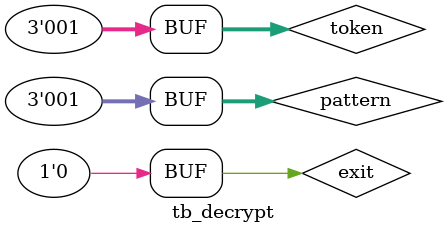
<source format=v>
`timescale 1ns / 1ns
module tb_decrypt(
    );
reg	 exit;
reg [2:0] token;
reg [2:0] pattern;
wire  [2:0] park_number;

decrypt dd1 ( exit , token , pattern , park_number ) ;
 initial
 begin
 pattern <= 3'b111 ; 
 token <= 3'b101 ;
 exit <=1'b1 ;
 #20 ;
  pattern <= 3'b001 ; 
 token <= 3'b001 ;
 exit <=1'b0 ;
 #20 ;
 end
endmodule

</source>
